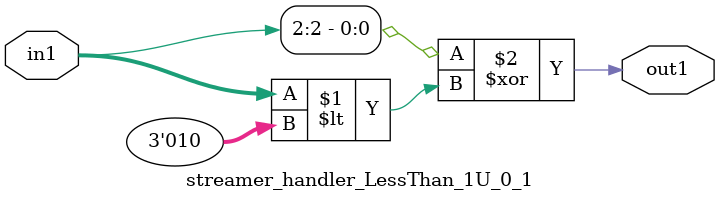
<source format=v>

`timescale 1ps / 1ps


module streamer_handler_LessThan_1U_0_1( in1, out1 );

    input [2:0] in1;
    output out1;

    
    // rtl_process:streamer_handler_LessThan_1U_0_1/streamer_handler_LessThan_1U_0_1_thread_1
    assign out1 = (in1[2] ^ in1 < 3'd2);

endmodule





</source>
